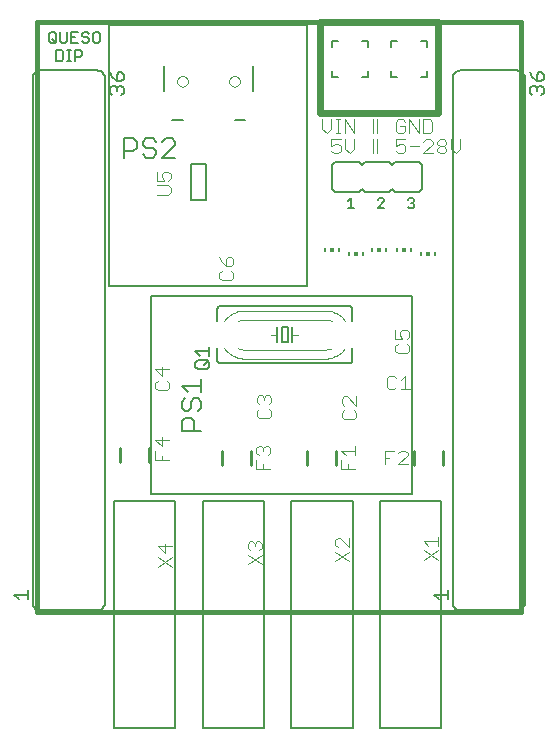
<source format=gto>
G75*
%MOIN*%
%OFA0B0*%
%FSLAX24Y24*%
%IPPOS*%
%LPD*%
%AMOC8*
5,1,8,0,0,1.08239X$1,22.5*
%
%ADD10C,0.0160*%
%ADD11C,0.0050*%
%ADD12C,0.0240*%
%ADD13C,0.0040*%
%ADD14C,0.0060*%
%ADD15C,0.0080*%
%ADD16C,0.0000*%
%ADD17C,0.0100*%
%ADD18R,0.0059X0.0118*%
%ADD19R,0.0118X0.0118*%
%ADD20C,0.0020*%
D10*
X001046Y004003D02*
X017188Y004003D01*
X017188Y023688D01*
X001046Y023688D01*
X001046Y004003D01*
X003211Y004003D02*
X015022Y004003D01*
X015022Y023688D02*
X014432Y023688D01*
X010495Y023688D02*
X003211Y023688D01*
D11*
X003462Y023569D02*
X010062Y023569D01*
X010062Y014869D01*
X003462Y014869D01*
X003462Y023569D01*
X003163Y023276D02*
X003104Y023334D01*
X002987Y023334D01*
X002929Y023276D01*
X002929Y023042D01*
X002987Y022984D01*
X003104Y022984D01*
X003163Y023042D01*
X003163Y023276D01*
X002794Y023276D02*
X002736Y023334D01*
X002619Y023334D01*
X002561Y023276D01*
X002561Y023217D01*
X002619Y023159D01*
X002736Y023159D01*
X002794Y023101D01*
X002794Y023042D01*
X002736Y022984D01*
X002619Y022984D01*
X002561Y023042D01*
X002426Y022984D02*
X002192Y022984D01*
X002192Y023334D01*
X002426Y023334D01*
X002309Y023159D02*
X002192Y023159D01*
X002058Y023042D02*
X002058Y023334D01*
X002058Y023042D02*
X001999Y022984D01*
X001882Y022984D01*
X001824Y023042D01*
X001824Y023334D01*
X001689Y023276D02*
X001689Y023042D01*
X001631Y022984D01*
X001514Y022984D01*
X001456Y023042D01*
X001456Y023276D01*
X001514Y023334D01*
X001631Y023334D01*
X001689Y023276D01*
X001572Y023101D02*
X001689Y022984D01*
X001701Y022734D02*
X001876Y022734D01*
X001935Y022676D01*
X001935Y022442D01*
X001876Y022384D01*
X001701Y022384D01*
X001701Y022734D01*
X002070Y022734D02*
X002186Y022734D01*
X002128Y022734D02*
X002128Y022384D01*
X002070Y022384D02*
X002186Y022384D01*
X002315Y022384D02*
X002315Y022734D01*
X002490Y022734D01*
X002549Y022676D01*
X002549Y022559D01*
X002490Y022501D01*
X002315Y022501D01*
X003491Y021994D02*
X003566Y021844D01*
X003716Y021693D01*
X003716Y021919D01*
X003792Y021994D01*
X003867Y021994D01*
X003942Y021919D01*
X003942Y021769D01*
X003867Y021693D01*
X003716Y021693D01*
X003641Y021533D02*
X003716Y021458D01*
X003792Y021533D01*
X003867Y021533D01*
X003942Y021458D01*
X003942Y021308D01*
X003867Y021233D01*
X003716Y021383D02*
X003716Y021458D01*
X003641Y021533D02*
X003566Y021533D01*
X003491Y021458D01*
X003491Y021308D01*
X003566Y021233D01*
X006184Y018924D02*
X006184Y017743D01*
X006695Y017743D01*
X006695Y018924D01*
X006184Y018924D01*
X004865Y014540D02*
X013565Y014540D01*
X013565Y007940D01*
X004865Y007940D01*
X004865Y014540D01*
X006331Y012703D02*
X006782Y012703D01*
X006782Y012553D02*
X006782Y012854D01*
X006482Y012553D02*
X006331Y012703D01*
X006407Y012393D02*
X006707Y012393D01*
X006782Y012318D01*
X006782Y012168D01*
X006707Y012093D01*
X006407Y012093D01*
X006331Y012168D01*
X006331Y012318D01*
X006407Y012393D01*
X006632Y012243D02*
X006782Y012393D01*
X006577Y007723D02*
X006577Y000125D01*
X008625Y000125D01*
X008625Y007723D01*
X006577Y007723D01*
X005672Y007723D02*
X005672Y000125D01*
X003625Y000125D01*
X003625Y007723D01*
X005672Y007723D01*
X009530Y007723D02*
X009530Y000125D01*
X011577Y000125D01*
X011577Y007723D01*
X009530Y007723D01*
X012483Y007723D02*
X012483Y000125D01*
X014530Y000125D01*
X014530Y007723D01*
X012483Y007723D01*
X014742Y004733D02*
X014742Y004433D01*
X014742Y004583D02*
X014291Y004583D01*
X014441Y004433D01*
X013580Y017466D02*
X013466Y017466D01*
X013409Y017523D01*
X013523Y017636D02*
X013580Y017636D01*
X013636Y017580D01*
X013636Y017523D01*
X013580Y017466D01*
X013580Y017636D02*
X013636Y017693D01*
X013636Y017750D01*
X013580Y017806D01*
X013466Y017806D01*
X013409Y017750D01*
X012636Y017750D02*
X012580Y017806D01*
X012466Y017806D01*
X012409Y017750D01*
X012636Y017693D02*
X012409Y017466D01*
X012636Y017466D01*
X012636Y017693D02*
X012636Y017750D01*
X011636Y017466D02*
X011409Y017466D01*
X011523Y017466D02*
X011523Y017806D01*
X011409Y017693D01*
X017491Y021308D02*
X017491Y021458D01*
X017566Y021533D01*
X017641Y021533D01*
X017716Y021458D01*
X017792Y021533D01*
X017867Y021533D01*
X017942Y021458D01*
X017942Y021308D01*
X017867Y021233D01*
X017716Y021383D02*
X017716Y021458D01*
X017716Y021693D02*
X017716Y021919D01*
X017792Y021994D01*
X017867Y021994D01*
X017942Y021919D01*
X017942Y021769D01*
X017867Y021693D01*
X017716Y021693D01*
X017566Y021844D01*
X017491Y021994D01*
X017491Y021308D02*
X017566Y021233D01*
X000742Y004733D02*
X000742Y004433D01*
X000742Y004583D02*
X000291Y004583D01*
X000441Y004433D01*
D12*
X010495Y020656D02*
X014432Y020656D01*
X014432Y023688D01*
X010495Y023688D01*
X010495Y020656D01*
D13*
X010554Y020428D02*
X010554Y020121D01*
X010707Y019968D01*
X010861Y020121D01*
X010861Y020428D01*
X011014Y020428D02*
X011168Y020428D01*
X011091Y020428D02*
X011091Y019968D01*
X011014Y019968D02*
X011168Y019968D01*
X011321Y019968D02*
X011321Y020428D01*
X011628Y019968D01*
X011628Y020428D01*
X011636Y019759D02*
X011636Y019452D01*
X011483Y019299D01*
X011329Y019452D01*
X011329Y019759D01*
X011176Y019759D02*
X010869Y019759D01*
X010869Y019529D01*
X011022Y019605D01*
X011099Y019605D01*
X011176Y019529D01*
X011176Y019375D01*
X011099Y019299D01*
X010946Y019299D01*
X010869Y019375D01*
X012250Y019299D02*
X012250Y019759D01*
X012404Y019759D02*
X012404Y019299D01*
X012396Y019968D02*
X012396Y020428D01*
X012242Y020428D02*
X012242Y019968D01*
X013009Y020045D02*
X013086Y019968D01*
X013240Y019968D01*
X013316Y020045D01*
X013316Y020198D01*
X013163Y020198D01*
X013316Y020351D02*
X013240Y020428D01*
X013086Y020428D01*
X013009Y020351D01*
X013009Y020045D01*
X013017Y019759D02*
X013017Y019529D01*
X013171Y019605D01*
X013248Y019605D01*
X013324Y019529D01*
X013324Y019375D01*
X013248Y019299D01*
X013094Y019299D01*
X013017Y019375D01*
X013017Y019759D02*
X013324Y019759D01*
X013470Y019968D02*
X013470Y020428D01*
X013777Y019968D01*
X013777Y020428D01*
X013930Y020428D02*
X014160Y020428D01*
X014237Y020351D01*
X014237Y020045D01*
X014160Y019968D01*
X013930Y019968D01*
X013930Y020428D01*
X014015Y019759D02*
X013938Y019682D01*
X014015Y019759D02*
X014168Y019759D01*
X014245Y019682D01*
X014245Y019605D01*
X013938Y019299D01*
X014245Y019299D01*
X014399Y019375D02*
X014399Y019452D01*
X014475Y019529D01*
X014629Y019529D01*
X014706Y019452D01*
X014706Y019375D01*
X014629Y019299D01*
X014475Y019299D01*
X014399Y019375D01*
X014475Y019529D02*
X014399Y019605D01*
X014399Y019682D01*
X014475Y019759D01*
X014629Y019759D01*
X014706Y019682D01*
X014706Y019605D01*
X014629Y019529D01*
X014859Y019452D02*
X014859Y019759D01*
X014859Y019452D02*
X015012Y019299D01*
X015166Y019452D01*
X015166Y019759D01*
X013785Y019529D02*
X013478Y019529D01*
X013388Y013410D02*
X013235Y013410D01*
X013158Y013334D01*
X013158Y013257D01*
X013235Y013103D01*
X013004Y013103D01*
X013004Y013410D01*
X013388Y013410D02*
X013465Y013334D01*
X013465Y013180D01*
X013388Y013103D01*
X013388Y012950D02*
X013465Y012873D01*
X013465Y012720D01*
X013388Y012643D01*
X013081Y012643D01*
X013004Y012720D01*
X013004Y012873D01*
X013081Y012950D01*
X012948Y011887D02*
X012794Y011887D01*
X012717Y011810D01*
X012717Y011503D01*
X012794Y011426D01*
X012948Y011426D01*
X013024Y011503D01*
X013178Y011426D02*
X013485Y011426D01*
X013331Y011426D02*
X013331Y011887D01*
X013178Y011733D01*
X013024Y011810D02*
X012948Y011887D01*
X011685Y011194D02*
X011685Y010887D01*
X011378Y011194D01*
X011302Y011194D01*
X011225Y011118D01*
X011225Y010964D01*
X011302Y010887D01*
X011302Y010734D02*
X011225Y010657D01*
X011225Y010504D01*
X011302Y010427D01*
X011609Y010427D01*
X011685Y010504D01*
X011685Y010657D01*
X011609Y010734D01*
X011664Y009538D02*
X011664Y009231D01*
X011664Y009384D02*
X011204Y009384D01*
X011357Y009231D01*
X011204Y009077D02*
X011204Y008770D01*
X011664Y008770D01*
X011434Y008770D02*
X011434Y008924D01*
X012642Y008925D02*
X012642Y009385D01*
X012949Y009385D01*
X013102Y009309D02*
X013179Y009385D01*
X013332Y009385D01*
X013409Y009309D01*
X013409Y009232D01*
X013102Y008925D01*
X013409Y008925D01*
X012795Y009155D02*
X012642Y009155D01*
X011459Y006483D02*
X011459Y006176D01*
X011152Y006483D01*
X011075Y006483D01*
X010998Y006406D01*
X010998Y006253D01*
X011075Y006176D01*
X010998Y006023D02*
X011459Y005716D01*
X011459Y006023D02*
X010998Y005716D01*
X008829Y008770D02*
X008369Y008770D01*
X008369Y009077D01*
X008446Y009231D02*
X008369Y009307D01*
X008369Y009461D01*
X008446Y009538D01*
X008522Y009538D01*
X008599Y009461D01*
X008676Y009538D01*
X008753Y009538D01*
X008829Y009461D01*
X008829Y009307D01*
X008753Y009231D01*
X008599Y009384D02*
X008599Y009461D01*
X008599Y008924D02*
X008599Y008770D01*
X008467Y010466D02*
X008390Y010543D01*
X008390Y010697D01*
X008467Y010773D01*
X008467Y010927D02*
X008390Y011003D01*
X008390Y011157D01*
X008467Y011234D01*
X008544Y011234D01*
X008620Y011157D01*
X008697Y011234D01*
X008774Y011234D01*
X008851Y011157D01*
X008851Y011003D01*
X008774Y010927D01*
X008774Y010773D02*
X008851Y010697D01*
X008851Y010543D01*
X008774Y010466D01*
X008467Y010466D01*
X008620Y011080D02*
X008620Y011157D01*
X007514Y015073D02*
X007207Y015073D01*
X007130Y015149D01*
X007130Y015303D01*
X007207Y015380D01*
X007361Y015533D02*
X007207Y015686D01*
X007130Y015840D01*
X007361Y015763D02*
X007361Y015533D01*
X007514Y015533D01*
X007591Y015610D01*
X007591Y015763D01*
X007514Y015840D01*
X007437Y015840D01*
X007361Y015763D01*
X007514Y015380D02*
X007591Y015303D01*
X007591Y015149D01*
X007514Y015073D01*
X005437Y017921D02*
X005514Y017997D01*
X005514Y018151D01*
X005437Y018228D01*
X005054Y018228D01*
X005054Y018381D02*
X005284Y018381D01*
X005207Y018534D01*
X005207Y018611D01*
X005284Y018688D01*
X005437Y018688D01*
X005514Y018611D01*
X005514Y018458D01*
X005437Y018381D01*
X005054Y018381D02*
X005054Y018688D01*
X005054Y017921D02*
X005437Y017921D01*
X005235Y012179D02*
X005235Y011872D01*
X005004Y012102D01*
X005465Y012102D01*
X005388Y011718D02*
X005465Y011641D01*
X005465Y011488D01*
X005388Y011411D01*
X005081Y011411D01*
X005004Y011488D01*
X005004Y011641D01*
X005081Y011718D01*
X005224Y009831D02*
X005224Y009524D01*
X004994Y009754D01*
X005455Y009754D01*
X005224Y009217D02*
X005224Y009064D01*
X004994Y009064D02*
X004994Y009370D01*
X004994Y009064D02*
X005455Y009064D01*
X005323Y006286D02*
X005323Y005979D01*
X005093Y006210D01*
X005553Y006210D01*
X005553Y005826D02*
X005093Y005519D01*
X005093Y005826D02*
X005553Y005519D01*
X008085Y005598D02*
X008545Y005905D01*
X008469Y006058D02*
X008545Y006135D01*
X008545Y006288D01*
X008469Y006365D01*
X008392Y006365D01*
X008315Y006288D01*
X008315Y006212D01*
X008315Y006288D02*
X008239Y006365D01*
X008162Y006365D01*
X008085Y006288D01*
X008085Y006135D01*
X008162Y006058D01*
X008085Y005905D02*
X008545Y005598D01*
X013951Y005755D02*
X014412Y006062D01*
X014412Y006216D02*
X014412Y006523D01*
X014412Y006369D02*
X013951Y006369D01*
X014105Y006216D01*
X013951Y006062D02*
X014412Y005755D01*
D14*
X014917Y004308D02*
X014917Y021808D01*
X014919Y021838D01*
X014924Y021868D01*
X014933Y021897D01*
X014946Y021924D01*
X014961Y021950D01*
X014980Y021974D01*
X015001Y021995D01*
X015025Y022014D01*
X015051Y022029D01*
X015078Y022042D01*
X015107Y022051D01*
X015137Y022056D01*
X015167Y022058D01*
X017067Y022058D01*
X017097Y022056D01*
X017127Y022051D01*
X017156Y022042D01*
X017183Y022029D01*
X017209Y022014D01*
X017233Y021995D01*
X017254Y021974D01*
X017273Y021950D01*
X017288Y021924D01*
X017301Y021897D01*
X017310Y021868D01*
X017315Y021838D01*
X017317Y021808D01*
X017317Y004308D01*
X017315Y004278D01*
X017310Y004248D01*
X017301Y004219D01*
X017288Y004192D01*
X017273Y004166D01*
X017254Y004142D01*
X017233Y004121D01*
X017209Y004102D01*
X017183Y004087D01*
X017156Y004074D01*
X017127Y004065D01*
X017097Y004060D01*
X017067Y004058D01*
X015167Y004058D01*
X015137Y004060D01*
X015107Y004065D01*
X015078Y004074D01*
X015051Y004087D01*
X015025Y004102D01*
X015001Y004121D01*
X014980Y004142D01*
X014961Y004166D01*
X014946Y004192D01*
X014933Y004219D01*
X014924Y004248D01*
X014919Y004278D01*
X014917Y004308D01*
X011464Y012305D02*
X007164Y012305D01*
X007147Y012307D01*
X007130Y012311D01*
X007114Y012318D01*
X007100Y012328D01*
X007087Y012341D01*
X007077Y012355D01*
X007070Y012371D01*
X007066Y012388D01*
X007064Y012405D01*
X007064Y012805D01*
X007064Y013705D02*
X007064Y014105D01*
X007066Y014122D01*
X007070Y014139D01*
X007077Y014155D01*
X007087Y014169D01*
X007100Y014182D01*
X007114Y014192D01*
X007130Y014199D01*
X007147Y014203D01*
X007164Y014205D01*
X011464Y014205D01*
X011481Y014203D01*
X011498Y014199D01*
X011514Y014192D01*
X011528Y014182D01*
X011541Y014169D01*
X011551Y014155D01*
X011558Y014139D01*
X011562Y014122D01*
X011564Y014105D01*
X011564Y013705D01*
X011564Y012805D02*
X011564Y012405D01*
X011562Y012388D01*
X011558Y012371D01*
X011551Y012355D01*
X011541Y012341D01*
X011528Y012328D01*
X011514Y012318D01*
X011498Y012311D01*
X011481Y012307D01*
X011464Y012305D01*
X009564Y013005D02*
X009564Y013255D01*
X009564Y013505D01*
X009414Y013505D02*
X009214Y013505D01*
X009214Y013005D01*
X009414Y013005D01*
X009414Y013505D01*
X009064Y013505D02*
X009064Y013255D01*
X009064Y013005D01*
X006519Y011768D02*
X006519Y011341D01*
X006519Y011555D02*
X005878Y011555D01*
X006092Y011341D01*
X005985Y011124D02*
X005878Y011017D01*
X005878Y010803D01*
X005985Y010697D01*
X006092Y010697D01*
X006199Y010803D01*
X006199Y011017D01*
X006305Y011124D01*
X006412Y011124D01*
X006519Y011017D01*
X006519Y010803D01*
X006412Y010697D01*
X006199Y010479D02*
X006305Y010372D01*
X006305Y010052D01*
X006519Y010052D02*
X005878Y010052D01*
X005878Y010372D01*
X005985Y010479D01*
X006199Y010479D01*
X003317Y004308D02*
X003317Y021808D01*
X003315Y021838D01*
X003310Y021868D01*
X003301Y021897D01*
X003288Y021924D01*
X003273Y021950D01*
X003254Y021974D01*
X003233Y021995D01*
X003209Y022014D01*
X003183Y022029D01*
X003156Y022042D01*
X003127Y022051D01*
X003097Y022056D01*
X003067Y022058D01*
X001167Y022058D01*
X001137Y022056D01*
X001107Y022051D01*
X001078Y022042D01*
X001051Y022029D01*
X001025Y022014D01*
X001001Y021995D01*
X000980Y021974D01*
X000961Y021950D01*
X000946Y021924D01*
X000933Y021897D01*
X000924Y021868D01*
X000919Y021838D01*
X000917Y021808D01*
X000917Y004308D01*
X000919Y004278D01*
X000924Y004248D01*
X000933Y004219D01*
X000946Y004192D01*
X000961Y004166D01*
X000980Y004142D01*
X001001Y004121D01*
X001025Y004102D01*
X001051Y004087D01*
X001078Y004074D01*
X001107Y004065D01*
X001137Y004060D01*
X001167Y004058D01*
X003067Y004058D01*
X003097Y004060D01*
X003127Y004065D01*
X003156Y004074D01*
X003183Y004087D01*
X003209Y004102D01*
X003233Y004121D01*
X003254Y004142D01*
X003273Y004166D01*
X003288Y004192D01*
X003301Y004219D01*
X003310Y004248D01*
X003315Y004278D01*
X003317Y004308D01*
X010984Y017991D02*
X010884Y018091D01*
X010884Y018891D01*
X010984Y018991D01*
X011784Y018991D01*
X011884Y018891D01*
X011984Y018991D01*
X012784Y018991D01*
X012884Y018891D01*
X012984Y018991D01*
X013784Y018991D01*
X013884Y018891D01*
X013884Y018091D01*
X013784Y017991D01*
X012984Y017991D01*
X012884Y018091D01*
X012784Y017991D01*
X011984Y017991D01*
X011884Y018091D01*
X011784Y017991D01*
X010984Y017991D01*
X011079Y021828D02*
X010879Y021828D01*
X010879Y022028D01*
X010879Y022828D02*
X010879Y023028D01*
X011079Y023028D01*
X011879Y023028D02*
X012079Y023028D01*
X012079Y022828D01*
X012079Y022028D02*
X012079Y021828D01*
X011879Y021828D01*
X012847Y021828D02*
X012847Y022028D01*
X012847Y021828D02*
X013047Y021828D01*
X013847Y021828D02*
X014047Y021828D01*
X014047Y022028D01*
X014047Y022828D02*
X014047Y023028D01*
X013847Y023028D01*
X013047Y023028D02*
X012847Y023028D01*
X012847Y022828D01*
X005666Y019685D02*
X005559Y019792D01*
X005346Y019792D01*
X005239Y019685D01*
X005021Y019685D02*
X004915Y019792D01*
X004701Y019792D01*
X004594Y019685D01*
X004594Y019578D01*
X004701Y019471D01*
X004915Y019471D01*
X005021Y019365D01*
X005021Y019258D01*
X004915Y019151D01*
X004701Y019151D01*
X004594Y019258D01*
X004377Y019471D02*
X004377Y019685D01*
X004270Y019792D01*
X003950Y019792D01*
X003950Y019151D01*
X003950Y019365D02*
X004270Y019365D01*
X004377Y019471D01*
X005239Y019151D02*
X005666Y019578D01*
X005666Y019685D01*
X005666Y019151D02*
X005239Y019151D01*
D15*
X005554Y020401D02*
X005908Y020401D01*
X005278Y021385D02*
X005278Y022212D01*
X007641Y020401D02*
X007995Y020401D01*
X008270Y021385D02*
X008270Y022212D01*
D16*
X007464Y021700D02*
X007466Y021726D01*
X007472Y021752D01*
X007482Y021777D01*
X007495Y021800D01*
X007511Y021820D01*
X007531Y021838D01*
X007553Y021853D01*
X007576Y021865D01*
X007602Y021873D01*
X007628Y021877D01*
X007654Y021877D01*
X007680Y021873D01*
X007706Y021865D01*
X007730Y021853D01*
X007751Y021838D01*
X007771Y021820D01*
X007787Y021800D01*
X007800Y021777D01*
X007810Y021752D01*
X007816Y021726D01*
X007818Y021700D01*
X007816Y021674D01*
X007810Y021648D01*
X007800Y021623D01*
X007787Y021600D01*
X007771Y021580D01*
X007751Y021562D01*
X007729Y021547D01*
X007706Y021535D01*
X007680Y021527D01*
X007654Y021523D01*
X007628Y021523D01*
X007602Y021527D01*
X007576Y021535D01*
X007552Y021547D01*
X007531Y021562D01*
X007511Y021580D01*
X007495Y021600D01*
X007482Y021623D01*
X007472Y021648D01*
X007466Y021674D01*
X007464Y021700D01*
X005731Y021700D02*
X005733Y021726D01*
X005739Y021752D01*
X005749Y021777D01*
X005762Y021800D01*
X005778Y021820D01*
X005798Y021838D01*
X005820Y021853D01*
X005843Y021865D01*
X005869Y021873D01*
X005895Y021877D01*
X005921Y021877D01*
X005947Y021873D01*
X005973Y021865D01*
X005997Y021853D01*
X006018Y021838D01*
X006038Y021820D01*
X006054Y021800D01*
X006067Y021777D01*
X006077Y021752D01*
X006083Y021726D01*
X006085Y021700D01*
X006083Y021674D01*
X006077Y021648D01*
X006067Y021623D01*
X006054Y021600D01*
X006038Y021580D01*
X006018Y021562D01*
X005996Y021547D01*
X005973Y021535D01*
X005947Y021527D01*
X005921Y021523D01*
X005895Y021523D01*
X005869Y021527D01*
X005843Y021535D01*
X005819Y021547D01*
X005798Y021562D01*
X005778Y021580D01*
X005762Y021600D01*
X005749Y021623D01*
X005739Y021648D01*
X005733Y021674D01*
X005731Y021700D01*
D17*
X004794Y009479D02*
X004794Y009019D01*
X003834Y009019D02*
X003834Y009479D01*
X007219Y009361D02*
X007219Y008901D01*
X008179Y008901D02*
X008179Y009361D01*
X010054Y009361D02*
X010054Y008901D01*
X011014Y008901D02*
X011014Y009361D01*
X013637Y009361D02*
X013637Y008901D01*
X014597Y008901D02*
X014597Y009361D01*
D18*
X014314Y015952D03*
X013841Y015952D03*
X013526Y016070D03*
X013054Y016070D03*
X012699Y016070D03*
X012227Y016070D03*
X011912Y015952D03*
X011440Y015952D03*
X011125Y016070D03*
X010652Y016070D03*
D19*
X010888Y016070D03*
X011676Y015952D03*
X012463Y016070D03*
X013290Y016070D03*
X014077Y015952D03*
D20*
X010664Y014055D02*
X007964Y014055D01*
X007964Y013755D02*
X010664Y013755D01*
X010702Y013754D01*
X010739Y013749D01*
X010776Y013742D01*
X010812Y013733D01*
X010848Y013720D01*
X010882Y013705D01*
X010664Y014055D02*
X010720Y014053D01*
X010775Y014047D01*
X010830Y014038D01*
X010884Y014024D01*
X010937Y014007D01*
X010988Y013986D01*
X011038Y013962D01*
X011086Y013934D01*
X011133Y013903D01*
X011176Y013869D01*
X011218Y013832D01*
X011257Y013792D01*
X011293Y013750D01*
X011325Y013705D01*
X010882Y012805D02*
X010848Y012790D01*
X010812Y012777D01*
X010776Y012768D01*
X010739Y012761D01*
X010702Y012756D01*
X010664Y012755D01*
X007964Y012755D01*
X007964Y012455D02*
X010664Y012455D01*
X010663Y012455D02*
X010719Y012457D01*
X010774Y012463D01*
X010829Y012472D01*
X010883Y012486D01*
X010936Y012503D01*
X010987Y012524D01*
X011037Y012548D01*
X011085Y012576D01*
X011132Y012607D01*
X011176Y012641D01*
X011217Y012678D01*
X011256Y012718D01*
X011292Y012760D01*
X011324Y012805D01*
X009764Y013255D02*
X009564Y013255D01*
X009064Y013255D02*
X008864Y013255D01*
X007964Y014055D02*
X007908Y014053D01*
X007853Y014047D01*
X007798Y014038D01*
X007744Y014024D01*
X007691Y014007D01*
X007640Y013986D01*
X007590Y013962D01*
X007542Y013934D01*
X007495Y013903D01*
X007451Y013869D01*
X007410Y013832D01*
X007371Y013792D01*
X007335Y013750D01*
X007303Y013705D01*
X007302Y012805D02*
X007334Y012760D01*
X007370Y012718D01*
X007409Y012678D01*
X007451Y012641D01*
X007494Y012607D01*
X007541Y012576D01*
X007589Y012548D01*
X007639Y012524D01*
X007690Y012503D01*
X007743Y012486D01*
X007797Y012472D01*
X007852Y012463D01*
X007907Y012457D01*
X007963Y012455D01*
X007964Y012755D02*
X007926Y012756D01*
X007889Y012761D01*
X007852Y012768D01*
X007816Y012777D01*
X007780Y012790D01*
X007746Y012805D01*
X007746Y013705D02*
X007780Y013720D01*
X007816Y013733D01*
X007852Y013742D01*
X007889Y013749D01*
X007926Y013754D01*
X007964Y013755D01*
M02*

</source>
